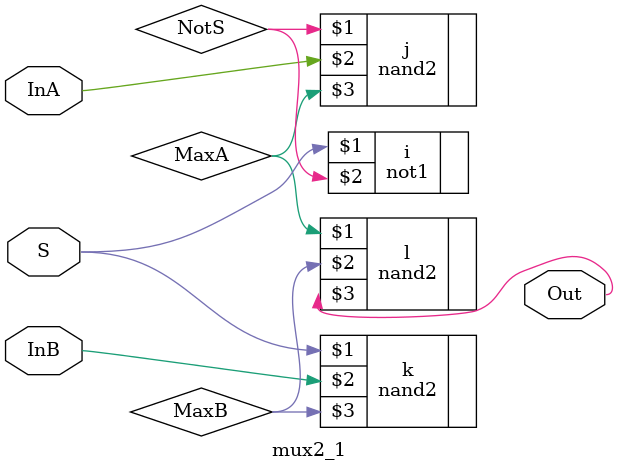
<source format=v>
/*
    CS/ECE 552 Spring '19
    Homework #3, Problem 1

    2-1 mux template
*/
module mux2_1(InA, InB, S, Out);
   input   InA, InB;
   input    S;
   output   Out;

   wire     NotS, MaxA, MaxB;
   
   not1 i(S, NotS);
   nand2 j(NotS, InA, MaxA);
   nand2 k(S, InB, MaxB);
   nand2 l(MaxA, MaxB, Out);
      
endmodule

</source>
